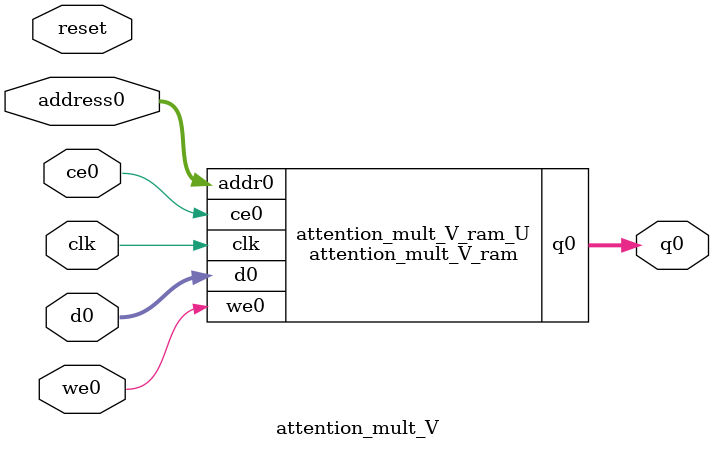
<source format=v>
`timescale 1 ns / 1 ps
module attention_mult_V_ram (addr0, ce0, d0, we0, q0,  clk);

parameter DWIDTH = 16;
parameter AWIDTH = 9;
parameter MEM_SIZE = 512;

input[AWIDTH-1:0] addr0;
input ce0;
input[DWIDTH-1:0] d0;
input we0;
output reg[DWIDTH-1:0] q0;
input clk;

(* ram_style = "block" *)reg [DWIDTH-1:0] ram[0:MEM_SIZE-1];




always @(posedge clk)  
begin 
    if (ce0) begin
        if (we0) 
            ram[addr0] <= d0; 
        q0 <= ram[addr0];
    end
end


endmodule

`timescale 1 ns / 1 ps
module attention_mult_V(
    reset,
    clk,
    address0,
    ce0,
    we0,
    d0,
    q0);

parameter DataWidth = 32'd16;
parameter AddressRange = 32'd512;
parameter AddressWidth = 32'd9;
input reset;
input clk;
input[AddressWidth - 1:0] address0;
input ce0;
input we0;
input[DataWidth - 1:0] d0;
output[DataWidth - 1:0] q0;



attention_mult_V_ram attention_mult_V_ram_U(
    .clk( clk ),
    .addr0( address0 ),
    .ce0( ce0 ),
    .we0( we0 ),
    .d0( d0 ),
    .q0( q0 ));

endmodule


</source>
